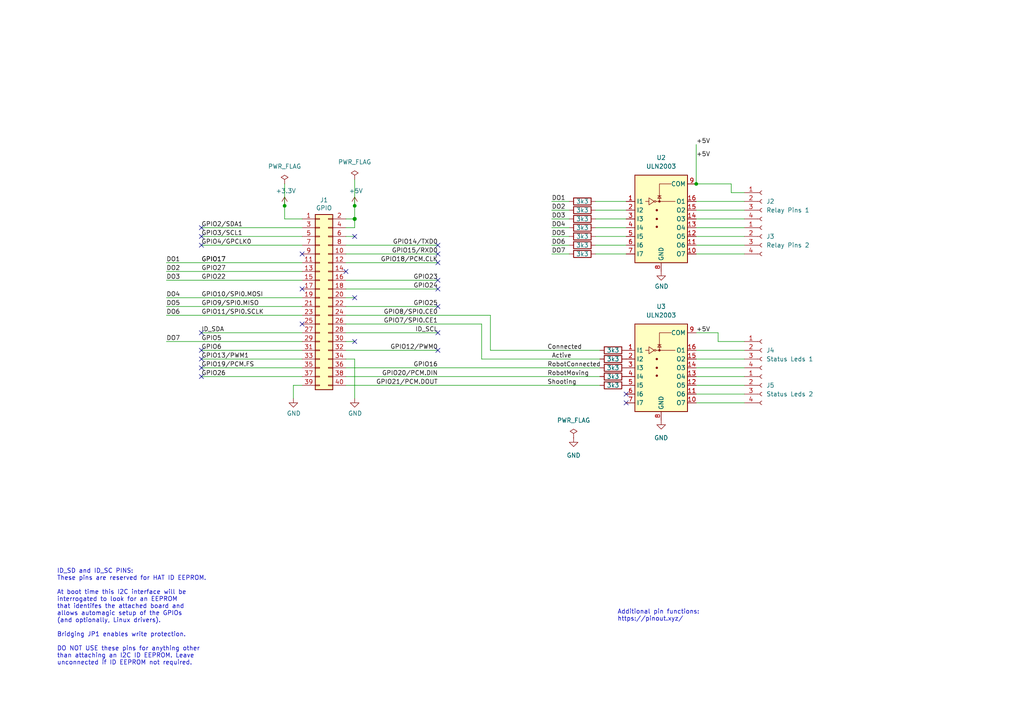
<source format=kicad_sch>
(kicad_sch (version 20230121) (generator eeschema)
  (paper "A4")
  (title_block (date "15 nov 2012"))
  (lib_symbols
    (symbol "Connector:Conn_01x04_Socket" (pin_names (offset 1.016) hide)
      (property "Reference" "J" (at 0 5.08 0))
      (property "Value" "Conn_01x04_Socket" (at 0 -7.62 0))
      (symbol "Conn_01x04_Socket_1_1"
        (arc (start 0 -4.572) (mid -0.5058 -5.08) (end 0 -5.588) (stroke (width 0.1524)))
        (arc (start 0 -2.032) (mid -0.5058 -2.54) (end 0 -3.048) (stroke (width 0.1524)))
        (polyline (pts (xy -1.27 -5.08) (xy -0.508 -5.08)) (stroke (width 0.1524)))
        (polyline (pts (xy -1.27 -2.54) (xy -0.508 -2.54)) (stroke (width 0.1524)))
        (polyline (pts (xy -1.27 0) (xy -0.508 0)) (stroke (width 0.1524)))
        (polyline (pts (xy -1.27 2.54) (xy -0.508 2.54)) (stroke (width 0.1524)))
        (arc (start 0 0.508) (mid -0.5058 0) (end 0 -0.508) (stroke (width 0.1524)))
        (arc (start 0 3.048) (mid -0.5058 2.54) (end 0 2.032) (stroke (width 0.1524)))
        (pin passive line (at -5.08 2.54 0) (length 3.81) (name "Pin_1") (number "1"))
        (pin passive line (at -5.08 0 0) (length 3.81) (name "Pin_2") (number "2"))
        (pin passive line (at -5.08 -2.54 0) (length 3.81) (name "Pin_3") (number "3"))
        (pin passive line (at -5.08 -5.08 0) (length 3.81) (name "Pin_4") (number "4"))
      )
    )
    (symbol "Connector_Generic:Conn_02x20_Odd_Even" (pin_names (offset 1.016) hide)
      (property "Reference" "J" (at 1.27 25.4 0))
      (property "Value" "Conn_02x20_Odd_Even" (at 1.27 -27.94 0))
      (symbol "Conn_02x20_Odd_Even_1_1"
        (rectangle (start -1.27 -25.273) (end 0 -25.527) (stroke (width 0.1524)))
        (rectangle (start -1.27 -22.733) (end 0 -22.987) (stroke (width 0.1524)))
        (rectangle (start -1.27 -20.193) (end 0 -20.447) (stroke (width 0.1524)))
        (rectangle (start -1.27 -17.653) (end 0 -17.907) (stroke (width 0.1524)))
        (rectangle (start -1.27 -15.113) (end 0 -15.367) (stroke (width 0.1524)))
        (rectangle (start -1.27 -12.573) (end 0 -12.827) (stroke (width 0.1524)))
        (rectangle (start -1.27 -10.033) (end 0 -10.287) (stroke (width 0.1524)))
        (rectangle (start -1.27 -7.493) (end 0 -7.747) (stroke (width 0.1524)))
        (rectangle (start -1.27 -4.953) (end 0 -5.207) (stroke (width 0.1524)))
        (rectangle (start -1.27 -2.413) (end 0 -2.667) (stroke (width 0.1524)))
        (rectangle (start -1.27 0.127) (end 0 -0.127) (stroke (width 0.1524)))
        (rectangle (start -1.27 2.667) (end 0 2.413) (stroke (width 0.1524)))
        (rectangle (start -1.27 5.207) (end 0 4.953) (stroke (width 0.1524)))
        (rectangle (start -1.27 7.747) (end 0 7.493) (stroke (width 0.1524)))
        (rectangle (start -1.27 10.287) (end 0 10.033) (stroke (width 0.1524)))
        (rectangle (start -1.27 12.827) (end 0 12.573) (stroke (width 0.1524)))
        (rectangle (start -1.27 15.367) (end 0 15.113) (stroke (width 0.1524)))
        (rectangle (start -1.27 17.907) (end 0 17.653) (stroke (width 0.1524)))
        (rectangle (start -1.27 20.447) (end 0 20.193) (stroke (width 0.1524)))
        (rectangle (start -1.27 22.987) (end 0 22.733) (stroke (width 0.1524)))
        (rectangle (start -1.27 24.13) (end 3.81 -26.67) (stroke (width 0.254)) (fill (type background)))
        (rectangle (start 3.81 -25.273) (end 2.54 -25.527) (stroke (width 0.1524)))
        (rectangle (start 3.81 -22.733) (end 2.54 -22.987) (stroke (width 0.1524)))
        (rectangle (start 3.81 -20.193) (end 2.54 -20.447) (stroke (width 0.1524)))
        (rectangle (start 3.81 -17.653) (end 2.54 -17.907) (stroke (width 0.1524)))
        (rectangle (start 3.81 -15.113) (end 2.54 -15.367) (stroke (width 0.1524)))
        (rectangle (start 3.81 -12.573) (end 2.54 -12.827) (stroke (width 0.1524)))
        (rectangle (start 3.81 -10.033) (end 2.54 -10.287) (stroke (width 0.1524)))
        (rectangle (start 3.81 -7.493) (end 2.54 -7.747) (stroke (width 0.1524)))
        (rectangle (start 3.81 -4.953) (end 2.54 -5.207) (stroke (width 0.1524)))
        (rectangle (start 3.81 -2.413) (end 2.54 -2.667) (stroke (width 0.1524)))
        (rectangle (start 3.81 0.127) (end 2.54 -0.127) (stroke (width 0.1524)))
        (rectangle (start 3.81 2.667) (end 2.54 2.413) (stroke (width 0.1524)))
        (rectangle (start 3.81 5.207) (end 2.54 4.953) (stroke (width 0.1524)))
        (rectangle (start 3.81 7.747) (end 2.54 7.493) (stroke (width 0.1524)))
        (rectangle (start 3.81 10.287) (end 2.54 10.033) (stroke (width 0.1524)))
        (rectangle (start 3.81 12.827) (end 2.54 12.573) (stroke (width 0.1524)))
        (rectangle (start 3.81 15.367) (end 2.54 15.113) (stroke (width 0.1524)))
        (rectangle (start 3.81 17.907) (end 2.54 17.653) (stroke (width 0.1524)))
        (rectangle (start 3.81 20.447) (end 2.54 20.193) (stroke (width 0.1524)))
        (rectangle (start 3.81 22.987) (end 2.54 22.733) (stroke (width 0.1524)))
        (pin passive line (at -5.08 22.86 0) (length 3.81) (name "Pin_1") (number "1"))
        (pin passive line (at 7.62 12.7 180) (length 3.81) (name "Pin_10") (number "10"))
        (pin passive line (at -5.08 10.16 0) (length 3.81) (name "Pin_11") (number "11"))
        (pin passive line (at 7.62 10.16 180) (length 3.81) (name "Pin_12") (number "12"))
        (pin passive line (at -5.08 7.62 0) (length 3.81) (name "Pin_13") (number "13"))
        (pin passive line (at 7.62 7.62 180) (length 3.81) (name "Pin_14") (number "14"))
        (pin passive line (at -5.08 5.08 0) (length 3.81) (name "Pin_15") (number "15"))
        (pin passive line (at 7.62 5.08 180) (length 3.81) (name "Pin_16") (number "16"))
        (pin passive line (at -5.08 2.54 0) (length 3.81) (name "Pin_17") (number "17"))
        (pin passive line (at 7.62 2.54 180) (length 3.81) (name "Pin_18") (number "18"))
        (pin passive line (at -5.08 0 0) (length 3.81) (name "Pin_19") (number "19"))
        (pin passive line (at 7.62 22.86 180) (length 3.81) (name "Pin_2") (number "2"))
        (pin passive line (at 7.62 0 180) (length 3.81) (name "Pin_20") (number "20"))
        (pin passive line (at -5.08 -2.54 0) (length 3.81) (name "Pin_21") (number "21"))
        (pin passive line (at 7.62 -2.54 180) (length 3.81) (name "Pin_22") (number "22"))
        (pin passive line (at -5.08 -5.08 0) (length 3.81) (name "Pin_23") (number "23"))
        (pin passive line (at 7.62 -5.08 180) (length 3.81) (name "Pin_24") (number "24"))
        (pin passive line (at -5.08 -7.62 0) (length 3.81) (name "Pin_25") (number "25"))
        (pin passive line (at 7.62 -7.62 180) (length 3.81) (name "Pin_26") (number "26"))
        (pin passive line (at -5.08 -10.16 0) (length 3.81) (name "Pin_27") (number "27"))
        (pin passive line (at 7.62 -10.16 180) (length 3.81) (name "Pin_28") (number "28"))
        (pin passive line (at -5.08 -12.7 0) (length 3.81) (name "Pin_29") (number "29"))
        (pin passive line (at -5.08 20.32 0) (length 3.81) (name "Pin_3") (number "3"))
        (pin passive line (at 7.62 -12.7 180) (length 3.81) (name "Pin_30") (number "30"))
        (pin passive line (at -5.08 -15.24 0) (length 3.81) (name "Pin_31") (number "31"))
        (pin passive line (at 7.62 -15.24 180) (length 3.81) (name "Pin_32") (number "32"))
        (pin passive line (at -5.08 -17.78 0) (length 3.81) (name "Pin_33") (number "33"))
        (pin passive line (at 7.62 -17.78 180) (length 3.81) (name "Pin_34") (number "34"))
        (pin passive line (at -5.08 -20.32 0) (length 3.81) (name "Pin_35") (number "35"))
        (pin passive line (at 7.62 -20.32 180) (length 3.81) (name "Pin_36") (number "36"))
        (pin passive line (at -5.08 -22.86 0) (length 3.81) (name "Pin_37") (number "37"))
        (pin passive line (at 7.62 -22.86 180) (length 3.81) (name "Pin_38") (number "38"))
        (pin passive line (at -5.08 -25.4 0) (length 3.81) (name "Pin_39") (number "39"))
        (pin passive line (at 7.62 20.32 180) (length 3.81) (name "Pin_4") (number "4"))
        (pin passive line (at 7.62 -25.4 180) (length 3.81) (name "Pin_40") (number "40"))
        (pin passive line (at -5.08 17.78 0) (length 3.81) (name "Pin_5") (number "5"))
        (pin passive line (at 7.62 17.78 180) (length 3.81) (name "Pin_6") (number "6"))
        (pin passive line (at -5.08 15.24 0) (length 3.81) (name "Pin_7") (number "7"))
        (pin passive line (at 7.62 15.24 180) (length 3.81) (name "Pin_8") (number "8"))
        (pin passive line (at -5.08 12.7 0) (length 3.81) (name "Pin_9") (number "9"))
      )
    )
    (symbol "Device:R" (pin_numbers hide) (pin_names (offset 0))
      (property "Reference" "R" (at 2.032 0 90))
      (property "Value" "R" (at 0 0 90))
      (symbol "R_0_1"
        (rectangle (start -1.016 -2.54) (end 1.016 2.54) (stroke (width 0.254)))
      )
      (symbol "R_1_1"
        (pin passive line (at 0 3.81 270) (length 1.27) (name "~") (number "1"))
        (pin passive line (at 0 -3.81 90) (length 1.27) (name "~") (number "2"))
      )
    )
    (symbol "Transistor_Array:ULN2003"
      (property "Reference" "U" (at 0 15.875 0))
      (property "Value" "ULN2003" (at 0 13.97 0))
      (symbol "ULN2003_0_1"
        (rectangle (start -7.62 -12.7) (end 7.62 12.7) (stroke (width 0.254)) (fill (type background)))
        (circle (center -1.778 5.08) (radius 0.254))
        (circle (center -1.27 -2.286) (radius 0.254) (fill (type outline)))
        (circle (center -1.27 0) (radius 0.254) (fill (type outline)))
        (circle (center -1.27 2.54) (radius 0.254) (fill (type outline)))
        (circle (center -0.508 5.08) (radius 0.254) (fill (type outline)))
        (polyline (pts (xy -4.572 5.08) (xy -3.556 5.08)))
        (polyline (pts (xy -1.524 5.08) (xy 4.064 5.08)))
        (polyline (pts (xy 0 6.731) (xy -1.016 6.731)))
        (polyline (pts (xy -0.508 5.08) (xy -0.508 10.16) (xy 2.921 10.16)))
        (polyline (pts (xy -3.556 6.096) (xy -3.556 4.064) (xy -2.032 5.08) (xy -3.556 6.096)))
        (polyline (pts (xy 0 5.969) (xy -1.016 5.969) (xy -0.508 6.731) (xy 0 5.969)))
      )
      (symbol "ULN2003_1_1"
        (pin input line (at -10.16 5.08 0) (length 2.54) (name "I1") (number "1"))
        (pin open_collector line (at 10.16 -10.16 180) (length 2.54) (name "O7") (number "10"))
        (pin open_collector line (at 10.16 -7.62 180) (length 2.54) (name "O6") (number "11"))
        (pin open_collector line (at 10.16 -5.08 180) (length 2.54) (name "O5") (number "12"))
        (pin open_collector line (at 10.16 -2.54 180) (length 2.54) (name "O4") (number "13"))
        (pin open_collector line (at 10.16 0 180) (length 2.54) (name "O3") (number "14"))
        (pin open_collector line (at 10.16 2.54 180) (length 2.54) (name "O2") (number "15"))
        (pin open_collector line (at 10.16 5.08 180) (length 2.54) (name "O1") (number "16"))
        (pin input line (at -10.16 2.54 0) (length 2.54) (name "I2") (number "2"))
        (pin input line (at -10.16 0 0) (length 2.54) (name "I3") (number "3"))
        (pin input line (at -10.16 -2.54 0) (length 2.54) (name "I4") (number "4"))
        (pin input line (at -10.16 -5.08 0) (length 2.54) (name "I5") (number "5"))
        (pin input line (at -10.16 -7.62 0) (length 2.54) (name "I6") (number "6"))
        (pin input line (at -10.16 -10.16 0) (length 2.54) (name "I7") (number "7"))
        (pin power_in line (at 0 -15.24 90) (length 2.54) (name "GND") (number "8"))
        (pin passive line (at 10.16 10.16 180) (length 2.54) (name "COM") (number "9"))
      )
    )
    (symbol "power:+3.3V" (power) (pin_names (offset 0))
      (property "Value" "+3.3V" (at 0 3.556 0))
      (symbol "+3.3V_0_1"
        (polyline (pts (xy -0.762 1.27) (xy 0 2.54)))
        (polyline (pts (xy 0 0) (xy 0 2.54)))
        (polyline (pts (xy 0 2.54) (xy 0.762 1.27)))
      )
      (symbol "+3.3V_1_1"
        (pin power_in line (at 0 0 90) (length 0) hide (name "+3.3V") (number "1"))
      )
    )
    (symbol "power:+5V" (power) (pin_names (offset 0))
      (property "Value" "+5V" (at 0 3.556 0))
      (symbol "+5V_0_1"
        (polyline (pts (xy -0.762 1.27) (xy 0 2.54)))
        (polyline (pts (xy 0 0) (xy 0 2.54)))
        (polyline (pts (xy 0 2.54) (xy 0.762 1.27)))
      )
      (symbol "+5V_1_1"
        (pin power_in line (at 0 0 90) (length 0) hide (name "+5V") (number "1"))
      )
    )
    (symbol "power:GND" (power) (pin_names (offset 0))
      (property "Value" "GND" (at 0 -3.81 0))
      (symbol "GND_0_1"
        (polyline (pts (xy 0 0) (xy 0 -1.27) (xy 1.27 -1.27) (xy 0 -2.54) (xy -1.27 -1.27) (xy 0 -1.27)))
      )
      (symbol "GND_1_1"
        (pin power_in line (at 0 0 270) (length 0) hide (name "GND") (number "1"))
      )
    )
    (symbol "power:PWR_FLAG" (power) (pin_numbers hide) (pin_names (offset 0) hide)
      (property "Value" "PWR_FLAG" (at 0 3.81 0))
      (symbol "PWR_FLAG_0_0"
        (pin power_out line (at 0 0 90) (length 0) (name "pwr") (number "1"))
      )
      (symbol "PWR_FLAG_0_1"
        (polyline (pts (xy 0 0) (xy 0 1.27) (xy -1.016 1.905) (xy 0 2.54) (xy 1.016 1.905) (xy 0 1.27)))
      )
    )
  )
  (junction (at 102.87 63.5) (diameter 1.016))
  (junction (at 201.93 53.34))
  (junction (at 102.87 59.69))
  (junction (at 82.55 59.69))
  (no_connect (at 127 71.12))
  (no_connect (at 58.42 66.04))
  (no_connect (at 127 83.82))
  (no_connect (at 58.42 96.52))
  (no_connect (at 58.42 104.14))
  (no_connect (at 127 101.6))
  (no_connect (at 87.63 83.82))
  (no_connect (at 58.42 106.68))
  (no_connect (at 58.42 101.6))
  (no_connect (at 127 88.9))
  (no_connect (at 127 76.2))
  (no_connect (at 100.33 78.74))
  (no_connect (at 102.87 68.58))
  (no_connect (at 102.87 99.06))
  (no_connect (at 127 81.28))
  (no_connect (at 58.42 68.58))
  (no_connect (at 58.42 71.12))
  (no_connect (at 58.42 109.22))
  (no_connect (at 181.61 116.84))
  (no_connect (at 181.61 114.3))
  (no_connect (at 127 73.66))
  (no_connect (at 87.63 73.66))
  (no_connect (at 87.63 93.98))
  (no_connect (at 102.87 86.36))
  (no_connect (at 127 96.52))
  (wire (pts (xy 100.33 93.98) (xy 139.7 93.98)))
  (wire (pts (xy 139.7 104.14) (xy 173.99 104.14)))
  (wire (pts (xy 48.26 76.2) (xy 87.63 76.2)))
  (wire (pts (xy 172.72 58.42) (xy 181.61 58.42)))
  (wire (pts (xy 102.87 86.36) (xy 100.33 86.36)))
  (wire (pts (xy 201.93 116.84) (xy 215.9 116.84)))
  (wire (pts (xy 160.02 71.12) (xy 165.1 71.12)))
  (wire (pts (xy 201.93 73.66) (xy 215.9 73.66)))
  (wire (pts (xy 139.7 93.98) (xy 139.7 104.14)))
  (wire (pts (xy 172.72 71.12) (xy 181.61 71.12)))
  (wire (pts (xy 100.33 71.12) (xy 127 71.12)))
  (wire (pts (xy 100.33 91.44) (xy 142.24 91.44)))
  (wire (pts (xy 87.63 96.52) (xy 58.42 96.52)))
  (wire (pts (xy 142.24 101.6) (xy 173.99 101.6)))
  (wire (pts (xy 100.33 81.28) (xy 127 81.28)))
  (wire (pts (xy 160.02 60.96) (xy 165.1 60.96)))
  (wire (pts (xy 160.02 68.58) (xy 165.1 68.58)))
  (wire (pts (xy 102.87 52.07) (xy 102.87 59.69)))
  (wire (pts (xy 85.09 111.76) (xy 85.09 115.57)))
  (wire (pts (xy 48.26 78.74) (xy 87.63 78.74)))
  (wire (pts (xy 82.55 59.69) (xy 82.55 63.5)))
  (wire (pts (xy 212.09 53.34) (xy 212.09 55.88)))
  (wire (pts (xy 160.02 66.04) (xy 165.1 66.04)))
  (wire (pts (xy 102.87 104.14) (xy 100.33 104.14)))
  (wire (pts (xy 201.93 53.34) (xy 212.09 53.34)))
  (wire (pts (xy 58.42 68.58) (xy 87.63 68.58)))
  (wire (pts (xy 160.02 63.5) (xy 165.1 63.5)))
  (wire (pts (xy 172.72 66.04) (xy 181.61 66.04)))
  (wire (pts (xy 100.33 63.5) (xy 102.87 63.5)))
  (wire (pts (xy 201.93 96.52) (xy 208.28 96.52)))
  (wire (pts (xy 208.28 99.06) (xy 215.9 99.06)))
  (wire (pts (xy 87.63 66.04) (xy 58.42 66.04)))
  (wire (pts (xy 172.72 63.5) (xy 181.61 63.5)))
  (wire (pts (xy 102.87 63.5) (xy 102.87 66.04)))
  (wire (pts (xy 100.33 76.2) (xy 127 76.2)))
  (wire (pts (xy 201.93 68.58) (xy 215.9 68.58)))
  (wire (pts (xy 212.09 55.88) (xy 215.9 55.88)))
  (wire (pts (xy 102.87 59.69) (xy 102.87 63.5)))
  (wire (pts (xy 58.42 71.12) (xy 87.63 71.12)))
  (wire (pts (xy 201.93 71.12) (xy 215.9 71.12)))
  (wire (pts (xy 82.55 53.34) (xy 82.55 59.69)))
  (wire (pts (xy 100.33 83.82) (xy 127 83.82)))
  (wire (pts (xy 100.33 73.66) (xy 127 73.66)))
  (wire (pts (xy 160.02 58.42) (xy 165.1 58.42)))
  (wire (pts (xy 48.26 81.28) (xy 87.63 81.28)))
  (wire (pts (xy 48.26 88.9) (xy 87.63 88.9)))
  (wire (pts (xy 172.72 73.66) (xy 181.61 73.66)))
  (wire (pts (xy 201.93 63.5) (xy 215.9 63.5)))
  (wire (pts (xy 58.42 101.6) (xy 87.63 101.6)))
  (wire (pts (xy 102.87 66.04) (xy 100.33 66.04)))
  (wire (pts (xy 201.93 106.68) (xy 215.9 106.68)))
  (wire (pts (xy 172.72 60.96) (xy 181.61 60.96)))
  (wire (pts (xy 201.93 66.04) (xy 215.9 66.04)))
  (wire (pts (xy 58.42 106.68) (xy 87.63 106.68)))
  (wire (pts (xy 201.93 58.42) (xy 215.9 58.42)))
  (wire (pts (xy 100.33 101.6) (xy 127 101.6)))
  (wire (pts (xy 85.09 111.76) (xy 87.63 111.76)))
  (wire (pts (xy 100.33 111.76) (xy 173.99 111.76)))
  (wire (pts (xy 102.87 68.58) (xy 100.33 68.58)))
  (wire (pts (xy 58.42 109.22) (xy 87.63 109.22)))
  (wire (pts (xy 48.26 99.06) (xy 87.63 99.06)))
  (wire (pts (xy 208.28 96.52) (xy 208.28 99.06)))
  (wire (pts (xy 160.02 73.66) (xy 165.1 73.66)))
  (wire (pts (xy 201.93 109.22) (xy 215.9 109.22)))
  (wire (pts (xy 100.33 109.22) (xy 173.99 109.22)))
  (wire (pts (xy 201.93 114.3) (xy 215.9 114.3)))
  (wire (pts (xy 172.72 68.58) (xy 181.61 68.58)))
  (wire (pts (xy 102.87 104.14) (xy 102.87 115.57)))
  (wire (pts (xy 100.33 88.9) (xy 127 88.9)))
  (wire (pts (xy 87.63 104.14) (xy 58.42 104.14)))
  (wire (pts (xy 142.24 91.44) (xy 142.24 101.6)))
  (wire (pts (xy 201.93 41.91) (xy 201.93 53.34)))
  (wire (pts (xy 201.93 101.6) (xy 215.9 101.6)))
  (wire (pts (xy 102.87 99.06) (xy 100.33 99.06)))
  (wire (pts (xy 201.93 60.96) (xy 215.9 60.96)))
  (wire (pts (xy 201.93 104.14) (xy 215.9 104.14)))
  (wire (pts (xy 82.55 63.5) (xy 87.63 63.5)))
  (wire (pts (xy 48.26 91.44) (xy 87.63 91.44)))
  (wire (pts (xy 201.93 111.76) (xy 215.9 111.76)))
  (wire (pts (xy 48.26 86.36) (xy 87.63 86.36)))
  (wire (pts (xy 100.33 96.52) (xy 127 96.52)))
  (wire (pts (xy 100.33 106.68) (xy 173.99 106.68)))
  (text "Additional pin functions:\nhttps://pinout.xyz/" (at 179.07 180.34 0) (effects (font (size 1.27 1.27)) (justify left bottom)))
  (text "ID_SD and ID_SC PINS:\nThese pins are reserved for HAT ID EEPROM.\n\nAt boot time this I2C interface will be\ninterrogated to look for an EEPROM\nthat identifes the attached board and\nallows automagic setup of the GPIOs\n(and optionally, Linux drivers).\n\nBridging JP1 enables write protection.\n\nDO NOT USE these pins for anything other\nthan attaching an I2C ID EEPROM. Leave\nunconnected if ID EEPROM not required." (at 16.51 193.04 0) (effects (font (size 1.27 1.27)) (justify left bottom)))
  (label "DO5" (at 48.26 88.9 0))
  (label "Shooting" (at 158.75 111.76 0))
  (label "ID_SDA" (at 58.42 96.52 0))
  (label "GPIO6" (at 58.42 101.6 0))
  (label "DO3" (at 160.02 63.5 0))
  (label "ID_SCL" (at 127 96.52 180))
  (label "GPIO5" (at 58.42 99.06 0))
  (label "GPIO21{slash}PCM.DOUT" (at 127 111.76 180))
  (label "GPIO19{slash}PCM.FS" (at 58.42 106.68 0))
  (label "GPIO10{slash}SPI0.MOSI" (at 58.42 86.36 0))
  (label "GPIO9{slash}SPI0.MISO" (at 58.42 88.9 0))
  (label "GPIO23" (at 127 81.28 180))
  (label "GPIO17" (at 58.42 76.2 0))
  (label "RobotConnected" (at 158.75 106.68 0))
  (label "Active" (at 160.02 104.14 0))
  (label "DO1" (at 48.26 76.2 0))
  (label "GPIO4{slash}GPCLK0" (at 58.42 71.12 0))
  (label "GPIO27" (at 58.42 78.74 0))
  (label "+5V" (at 201.93 96.52 0))
  (label "GPIO26" (at 58.42 109.22 0))
  (label "GPIO14{slash}TXD0" (at 127 71.12 180))
  (label "GPIO8{slash}SPI0.CE0" (at 127 91.44 180))
  (label "GPIO15{slash}RXD0" (at 127 73.66 180))
  (label "DO5" (at 160.02 68.58 0))
  (label "GPIO16" (at 127 106.68 180))
  (label "+5V" (at 201.93 41.91 0))
  (label "DO2" (at 48.26 78.74 0))
  (label "GPIO22" (at 58.42 81.28 0))
  (label "GPIO2{slash}SDA1" (at 58.42 66.04 0))
  (label "GPIO17" (at 58.42 76.2 0))
  (label "+5V" (at 201.93 45.72 0))
  (label "GPIO25" (at 127 88.9 180))
  (label "GPIO3{slash}SCL1" (at 58.42 68.58 0))
  (label "GPIO18{slash}PCM.CLK" (at 127 76.2 180))
  (label "DO4" (at 160.02 66.04 0))
  (label "GPIO12{slash}PWM0" (at 127 101.6 180))
  (label "DO3" (at 48.26 81.28 0))
  (label "GPIO13{slash}PWM1" (at 58.42 104.14 0))
  (label "DO4" (at 48.26 86.36 0))
  (label "GPIO20{slash}PCM.DIN" (at 127 109.22 180))
  (label "DO7" (at 160.02 73.66 0))
  (label "GPIO24" (at 127 83.82 180))
  (label "DO6" (at 160.02 71.12 0))
  (label "GPIO7{slash}SPI0.CE1" (at 127 93.98 180))
  (label "DO7" (at 48.26 99.06 0))
  (label "RobotMoving" (at 158.75 109.22 0))
  (label "DO1" (at 160.02 58.42 0))
  (label "Connected" (at 158.75 101.6 0))
  (label "DO6" (at 48.26 91.44 0))
  (label "GPIO11{slash}SPI0.SCLK" (at 58.42 91.44 0))
  (label "DO2" (at 160.02 60.96 0))
  (symbol (lib_id "power:+5V") (at 102.87 59.69 0) (unit 1)
    (property "Reference" "#PWR01" (effects hide))
    (property "Value" "+5V" (at 103.2383 55.3656 0))
  )
  (symbol (lib_id "power:+3.3V") (at 82.55 59.69 0) (unit 1)
    (property "Reference" "#PWR04" (effects hide))
    (property "Value" "+3.3V" (at 82.9183 55.3656 0))
  )
  (symbol (lib_id "power:GND") (at 102.87 115.57 0) (unit 1)
    (property "Reference" "#PWR02" (effects hide))
    (property "Value" "GND" (at 102.9843 119.8944 0))
  )
  (symbol (lib_id "power:GND") (at 85.09 115.57 0) (unit 1)
    (property "Reference" "#PWR03" (effects hide))
    (property "Value" "GND" (at 85.2043 119.8944 0))
  )
  (symbol (lib_id "Connector_Generic:Conn_02x20_Odd_Even") (at 92.71 86.36 0) (unit 1)
    (property "Reference" "J1" (at 93.98 58.0198 0))
    (property "Value" "GPIO" (at 93.98 60.325 0))
    (property "Footprint" "Connector_PinSocket_2.54mm:PinSocket_2x20_P2.54mm_Vertical" (effects hide))
  )
  (symbol (lib_id "Device:R") (at 168.91 73.66 90) (unit 1)
    (property "Reference" "R9" (effects hide))
    (property "Value" "3k3" (at 168.91 73.66 90))
    (property "Footprint" "Resistor_SMD:R_0805_2012Metric" (effects hide))
  )
  (symbol (lib_id "Connector:Conn_01x04_Socket") (at 220.98 58.42 0) (unit 1)
    (property "Reference" "J2" (at 222.25 58.42 0) (effects (justify left)))
    (property "Value" "Relay Pins 1" (at 222.25 60.96 0) (effects (justify left)))
    (property "Footprint" "Connector_PinHeader_2.54mm:PinHeader_1x04_P2.54mm_Vertical" (effects hide))
  )
  (symbol (lib_id "Connector:Conn_01x04_Socket") (at 220.98 101.6 0) (unit 1)
    (property "Reference" "J4" (at 222.25 101.6 0) (effects (justify left)))
    (property "Value" "Status Leds 1" (at 222.25 104.14 0) (effects (justify left)))
    (property "Footprint" "Connector_PinHeader_2.54mm:PinHeader_1x04_P2.54mm_Vertical" (effects hide))
  )
  (symbol (lib_id "power:PWR_FLAG") (at 166.37 127 0) (unit 1)
    (property "Reference" "#FLG02" (effects hide))
    (property "Value" "PWR_FLAG" (at 166.37 121.92 0))
  )
  (symbol (lib_id "Device:R") (at 177.8 101.6 90) (unit 1)
    (property "Reference" "R10" (effects hide))
    (property "Value" "3k3" (at 177.8 101.6 90))
    (property "Footprint" "Resistor_SMD:R_0805_2012Metric" (effects hide))
  )
  (symbol (lib_id "Transistor_Array:ULN2003") (at 191.77 106.68 0) (unit 1)
    (property "Reference" "U3" (at 191.77 88.9 0))
    (property "Value" "ULN2003" (at 191.77 91.44 0))
    (property "Footprint" "Package_SO:SOIC-16_3.9x9.9mm_P1.27mm" (effects hide))
    (property "Datasheet" "http://www.ti.com/lit/ds/symlink/uln2003a.pdf" (effects hide))
  )
  (symbol (lib_id "Connector:Conn_01x04_Socket") (at 220.98 111.76 0) (unit 1)
    (property "Reference" "J5" (at 222.25 111.76 0) (effects (justify left)))
    (property "Value" "Status Leds 2" (at 222.25 114.3 0) (effects (justify left)))
    (property "Footprint" "Connector_PinHeader_2.54mm:PinHeader_1x04_P2.54mm_Vertical" (effects hide))
  )
  (symbol (lib_id "Device:R") (at 168.91 58.42 90) (unit 1)
    (property "Reference" "R3" (effects hide))
    (property "Value" "3k3" (at 168.91 58.42 90))
    (property "Footprint" "Resistor_SMD:R_0805_2012Metric" (effects hide))
  )
  (symbol (lib_id "Connector:Conn_01x04_Socket") (at 220.98 68.58 0) (unit 1)
    (property "Reference" "J3" (at 222.25 68.58 0) (effects (justify left)))
    (property "Value" "Relay Pins 2" (at 222.25 71.12 0) (effects (justify left)))
    (property "Footprint" "Connector_PinHeader_2.54mm:PinHeader_1x04_P2.54mm_Vertical" (effects hide))
  )
  (symbol (lib_id "Device:R") (at 168.91 71.12 90) (unit 1)
    (property "Reference" "R8" (effects hide))
    (property "Value" "3k3" (at 168.91 71.12 90))
    (property "Footprint" "Resistor_SMD:R_0805_2012Metric" (effects hide))
  )
  (symbol (lib_id "Device:R") (at 177.8 106.68 90) (unit 1)
    (property "Reference" "R12" (effects hide))
    (property "Value" "3k3" (at 177.8 106.68 90))
    (property "Footprint" "Resistor_SMD:R_0805_2012Metric" (effects hide))
  )
  (symbol (lib_id "power:PWR_FLAG") (at 82.55 53.34 0) (unit 1)
    (property "Reference" "#FLG03" (effects hide))
    (property "Value" "PWR_FLAG" (at 82.55 48.26 0))
  )
  (symbol (lib_id "power:PWR_FLAG") (at 102.87 52.07 0) (unit 1)
    (property "Reference" "#FLG01" (effects hide))
    (property "Value" "PWR_FLAG" (at 102.87 46.99 0))
  )
  (symbol (lib_id "Device:R") (at 168.91 66.04 90) (unit 1)
    (property "Reference" "R6" (effects hide))
    (property "Value" "3k3" (at 168.91 66.04 90))
    (property "Footprint" "Resistor_SMD:R_0805_2012Metric" (effects hide))
  )
  (symbol (lib_id "power:GND") (at 191.77 78.74 0) (unit 1)
    (property "Reference" "#PWR06" (effects hide))
    (property "Value" "GND" (at 191.8843 83.0644 0))
  )
  (symbol (lib_id "Device:R") (at 177.8 111.76 90) (unit 1)
    (property "Reference" "R14" (effects hide))
    (property "Value" "3k3" (at 177.8 111.76 90))
    (property "Footprint" "Resistor_SMD:R_0805_2012Metric" (effects hide))
  )
  (symbol (lib_id "power:GND") (at 191.77 121.92 0) (unit 1)
    (property "Reference" "#PWR07" (effects hide))
    (property "Value" "GND" (at 191.77 127 0))
  )
  (symbol (lib_id "Device:R") (at 177.8 109.22 90) (unit 1)
    (property "Reference" "R13" (effects hide))
    (property "Value" "3k3" (at 177.8 109.22 90))
    (property "Footprint" "Resistor_SMD:R_0805_2012Metric" (effects hide))
  )
  (symbol (lib_id "Device:R") (at 177.8 104.14 90) (unit 1)
    (property "Reference" "R11" (effects hide))
    (property "Value" "3k3" (at 177.8 104.14 90))
    (property "Footprint" "Resistor_SMD:R_0805_2012Metric" (effects hide))
  )
  (symbol (lib_id "Transistor_Array:ULN2003") (at 191.77 63.5 0) (unit 1)
    (property "Reference" "U2" (at 191.77 45.72 0))
    (property "Value" "ULN2003" (at 191.77 48.26 0))
    (property "Footprint" "Package_SO:SOIC-16_3.9x9.9mm_P1.27mm" (effects hide))
    (property "Datasheet" "http://www.ti.com/lit/ds/symlink/uln2003a.pdf" (effects hide))
  )
  (symbol (lib_id "Device:R") (at 168.91 68.58 90) (unit 1)
    (property "Reference" "R7" (effects hide))
    (property "Value" "3k3" (at 168.91 68.58 90))
    (property "Footprint" "Resistor_SMD:R_0805_2012Metric" (effects hide))
  )
  (symbol (lib_id "Device:R") (at 168.91 63.5 90) (unit 1)
    (property "Reference" "R5" (effects hide))
    (property "Value" "3k3" (at 168.91 63.5 90))
    (property "Footprint" "Resistor_SMD:R_0805_2012Metric" (effects hide))
  )
  (symbol (lib_id "Device:R") (at 168.91 60.96 90) (unit 1)
    (property "Reference" "R4" (effects hide))
    (property "Value" "3k3" (at 168.91 60.96 90))
    (property "Footprint" "Resistor_SMD:R_0805_2012Metric" (effects hide))
  )
  (symbol (lib_id "power:GND") (at 166.37 127 0) (unit 1)
    (property "Reference" "#PWR05" (effects hide))
    (property "Value" "GND" (at 166.37 132.08 0))
  )
)
</source>
